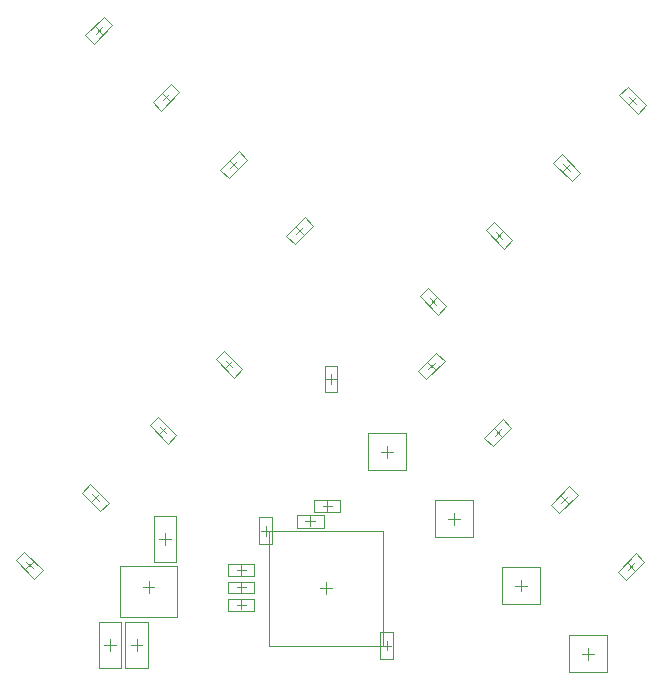
<source format=gbr>
%TF.GenerationSoftware,Altium Limited,Altium Designer,20.1.8 (145)*%
G04 Layer_Color=32896*
%FSLAX45Y45*%
%MOMM*%
%TF.SameCoordinates,793C4F5F-A07E-474B-A886-B682DA88F124*%
%TF.FilePolarity,Positive*%
%TF.FileFunction,Other,Bottom_Courtyard*%
%TF.Part,Single*%
G01*
G75*
%TA.AperFunction,NonConductor*%
%ADD69C,0.10000*%
%ADD70C,0.05000*%
%ADD71C,0.05080*%
D69*
X1557254Y-2140479D02*
X1657254D01*
X1607254Y-2190479D02*
Y-2090479D01*
X2172939Y-2767800D02*
Y-2667800D01*
X2122939Y-2717800D02*
X2222939D01*
X-1454620Y-1744680D02*
X-1354620D01*
X-1404620Y-1794680D02*
Y-1694680D01*
X-90640Y-2164080D02*
X9360D01*
X-40640Y-2214080D02*
Y-2114080D01*
X-1993779Y2532501D02*
X-1937211Y2589069D01*
X-1993779Y2589070D02*
X-1937211Y2532501D01*
X-2581449Y-1939751D02*
X-2524881Y-1996319D01*
X-2581450Y-1996319D02*
X-2524881Y-1939751D01*
X-1594320Y-2152230D02*
X-1494320D01*
X-1544320Y-2202230D02*
Y-2102230D01*
X-294519Y835781D02*
X-237951Y892349D01*
X-294519Y892350D02*
X-237951Y835781D01*
X-853319Y1394581D02*
X-796751Y1451149D01*
X-853319Y1451150D02*
X-796751Y1394581D01*
X-1424819Y1966081D02*
X-1368251Y2022649D01*
X-1424819Y2022650D02*
X-1368251Y1966081D01*
X835781Y294519D02*
X892349Y237951D01*
X835781D02*
X892350Y294519D01*
X1394581Y853319D02*
X1451149Y796751D01*
X1394581D02*
X1451150Y853319D01*
X1966081Y1424819D02*
X2022649Y1368251D01*
X1966081D02*
X2022650Y1424819D01*
X2524881Y1996319D02*
X2581449Y1939751D01*
X2524881D02*
X2581450Y1996319D01*
X820541Y-309759D02*
X877109Y-253191D01*
X820541Y-253190D02*
X877109Y-309759D01*
X1384421Y-876179D02*
X1440989Y-819611D01*
X1384421Y-819610D02*
X1440989Y-876179D01*
X1948301Y-1442599D02*
X2004869Y-1386031D01*
X1948301Y-1386030D02*
X2004869Y-1442599D01*
X2512181Y-2009019D02*
X2568749Y-1952451D01*
X2512181Y-1952450D02*
X2568749Y-2009019D01*
X-892349Y-237951D02*
X-835781Y-294519D01*
X-892350Y-294519D02*
X-835781Y-237951D01*
X-1451149Y-796751D02*
X-1394581Y-853319D01*
X-1451150Y-853319D02*
X-1394581Y-796751D01*
X-2022649Y-1368251D02*
X-1966081Y-1424819D01*
X-2022650Y-1424819D02*
X-1966081Y-1368251D01*
X0Y-432840D02*
Y-352840D01*
X-40000Y-392840D02*
X40000D01*
X-798190Y-2302510D02*
X-718190D01*
X-758190Y-2342510D02*
Y-2262510D01*
X-798190Y-2157110D02*
X-718190D01*
X-758190Y-2197110D02*
Y-2117110D01*
X-71640Y-1465580D02*
X8360D01*
X-31640Y-1505580D02*
Y-1425580D01*
X-798190Y-2010410D02*
X-718190D01*
X-758190Y-2050410D02*
Y-1970410D01*
X-1919440Y-2646680D02*
X-1819440D01*
X-1869440Y-2696680D02*
Y-2596680D01*
X431060Y-2649080D02*
X511060D01*
X471060Y-2689080D02*
Y-2609080D01*
X-591115Y-1677952D02*
X-511115D01*
X-551115Y-1717952D02*
Y-1637953D01*
X-176640Y-1635120D02*
Y-1555120D01*
X-216640Y-1595120D02*
X-136640D01*
X475883Y-1059088D02*
Y-959088D01*
X425883Y-1009088D02*
X525883D01*
X1041568Y-1624800D02*
Y-1524800D01*
X991569Y-1574800D02*
X1091569D01*
X-1645920Y-2696680D02*
Y-2596680D01*
X-1695920Y-2646680D02*
X-1595920D01*
D70*
X1447254Y-2297979D02*
Y-1982979D01*
X1767254Y-2297979D02*
Y-1982979D01*
X1447254D02*
X1767254D01*
X1447254Y-2297979D02*
X1767254D01*
X2012939Y-2875300D02*
X2332939D01*
X2012939Y-2560300D02*
X2332939D01*
Y-2875300D02*
Y-2560300D01*
X2012939Y-2875300D02*
Y-2560300D01*
X-1499620Y-1549680D02*
X-1309620D01*
X-1499620Y-1939680D02*
X-1309620D01*
Y-1549680D01*
X-1499620Y-1939680D02*
Y-1549680D01*
X444360Y-2649080D02*
Y-1679080D01*
X-525640Y-2649080D02*
Y-1679080D01*
Y-2649080D02*
X444360D01*
X-525640Y-1679080D02*
X444360D01*
X-1784320Y-2404480D02*
Y-1974480D01*
X-1304320Y-2404480D02*
Y-1974480D01*
X-1784320D02*
X-1304320D01*
X-1784320Y-2404480D02*
X-1304320D01*
X-1964440Y-2451680D02*
X-1774440D01*
X-1964440Y-2841680D02*
X-1774440D01*
Y-2451680D01*
X-1964440Y-2841680D02*
Y-2451680D01*
X416060Y-2534080D02*
X526060D01*
X416060Y-2764080D02*
Y-2534080D01*
X526060Y-2764080D02*
Y-2534080D01*
X416060Y-2764080D02*
X526060D01*
X416060Y-2534080D02*
X526060D01*
X416060Y-2764080D02*
Y-2534080D01*
X526060Y-2764080D02*
Y-2534080D01*
X416060Y-2764080D02*
X526060D01*
X-606115Y-1792952D02*
X-496115D01*
Y-1562952D01*
X-606115Y-1792952D02*
Y-1562952D01*
X-496115D01*
X-606115Y-1792952D02*
X-496115D01*
Y-1562952D01*
X-606115Y-1792952D02*
Y-1562952D01*
X-496115D01*
X-61640Y-1650120D02*
Y-1540120D01*
X-291640D02*
X-61640D01*
X-291640Y-1650120D02*
X-61640D01*
X-291640D02*
Y-1540120D01*
X-61640Y-1650120D02*
Y-1540120D01*
X-291640D02*
X-61640D01*
X-291640Y-1650120D02*
X-61640D01*
X-291640D02*
Y-1540120D01*
X315883Y-1166588D02*
X635883D01*
X315883Y-851588D02*
X635883D01*
Y-1166588D02*
Y-851588D01*
X315883Y-1166588D02*
Y-851588D01*
X881568Y-1732300D02*
X1201569D01*
X881568Y-1417300D02*
X1201569D01*
Y-1732300D02*
Y-1417300D01*
X881568Y-1732300D02*
Y-1417300D01*
X-1745920Y-2841680D02*
X-1545920D01*
X-1745920Y-2451680D02*
X-1545920D01*
Y-2841680D02*
Y-2451680D01*
X-1745920Y-2841680D02*
Y-2451680D01*
D71*
X-2078632Y2518359D02*
X-1923068Y2673923D01*
X-2007921Y2447648D02*
X-1852358Y2603212D01*
X-2078632Y2518359D02*
X-2007921Y2447648D01*
X-1923068Y2673923D02*
X-1852358Y2603212D01*
X-2666303Y-1925608D02*
X-2510739Y-2081172D01*
X-2595592Y-1854898D02*
X-2440028Y-2010461D01*
X-2510739Y-2081172D02*
X-2440028Y-2010461D01*
X-2666303Y-1925608D02*
X-2595592Y-1854898D01*
X-379372Y821639D02*
X-223808Y977203D01*
X-308661Y750928D02*
X-153098Y906492D01*
X-379372Y821639D02*
X-308661Y750928D01*
X-223808Y977203D02*
X-153098Y906492D01*
X-938172Y1380439D02*
X-782608Y1536003D01*
X-867461Y1309728D02*
X-711898Y1465292D01*
X-938172Y1380439D02*
X-867461Y1309728D01*
X-782608Y1536003D02*
X-711898Y1465292D01*
X-1509672Y1951939D02*
X-1354108Y2107503D01*
X-1438961Y1881228D02*
X-1283398Y2036792D01*
X-1509672Y1951939D02*
X-1438961Y1881228D01*
X-1354108Y2107503D02*
X-1283398Y2036792D01*
X821639Y379372D02*
X977203Y223808D01*
X750928Y308661D02*
X906492Y153098D01*
X750928Y308661D02*
X821639Y379372D01*
X906492Y153098D02*
X977203Y223808D01*
X1380439Y938172D02*
X1536003Y782608D01*
X1309728Y867461D02*
X1465292Y711898D01*
X1309728Y867461D02*
X1380439Y938172D01*
X1465292Y711898D02*
X1536003Y782608D01*
X1951939Y1509672D02*
X2107503Y1354108D01*
X1881228Y1438961D02*
X2036792Y1283398D01*
X1881228Y1438961D02*
X1951939Y1509672D01*
X2036792Y1283398D02*
X2107503Y1354108D01*
X2510739Y2081172D02*
X2666303Y1925608D01*
X2440028Y2010461D02*
X2595592Y1854898D01*
X2440028Y2010461D02*
X2510739Y2081172D01*
X2595592Y1854898D02*
X2666303Y1925608D01*
X735688Y-323901D02*
X891252Y-168337D01*
X806399Y-394612D02*
X961962Y-239048D01*
X735688Y-323901D02*
X806399Y-394612D01*
X891252Y-168337D02*
X961962Y-239048D01*
X1299568Y-890321D02*
X1455132Y-734757D01*
X1370279Y-961032D02*
X1525842Y-805468D01*
X1299568Y-890321D02*
X1370279Y-961032D01*
X1455132Y-734757D02*
X1525842Y-805468D01*
X1863448Y-1456741D02*
X2019012Y-1301177D01*
X1934159Y-1527452D02*
X2089722Y-1371888D01*
X1863448Y-1456741D02*
X1934159Y-1527452D01*
X2019012Y-1301177D02*
X2089722Y-1371888D01*
X2427328Y-2023161D02*
X2582892Y-1867597D01*
X2498039Y-2093872D02*
X2653602Y-1938308D01*
X2427328Y-2023161D02*
X2498039Y-2093872D01*
X2582892Y-1867597D02*
X2653602Y-1938308D01*
X-977203Y-223808D02*
X-821639Y-379372D01*
X-906492Y-153098D02*
X-750928Y-308661D01*
X-821639Y-379372D02*
X-750928Y-308661D01*
X-977203Y-223808D02*
X-906492Y-153098D01*
X-1536003Y-782608D02*
X-1380439Y-938172D01*
X-1465292Y-711898D02*
X-1309728Y-867461D01*
X-1380439Y-938172D02*
X-1309728Y-867461D01*
X-1536003Y-782608D02*
X-1465292Y-711898D01*
X-2107503Y-1354108D02*
X-1951939Y-1509672D01*
X-2036792Y-1283398D02*
X-1881228Y-1438961D01*
X-1951939Y-1509672D02*
X-1881228Y-1438961D01*
X-2107503Y-1354108D02*
X-2036792Y-1283398D01*
X50000Y-502840D02*
Y-282840D01*
X-50000Y-502840D02*
Y-282840D01*
X50000D01*
X-50000Y-502840D02*
X50000D01*
X-868190Y-2352510D02*
X-648190D01*
X-868190Y-2252510D02*
X-648190D01*
Y-2352510D02*
Y-2252510D01*
X-868190Y-2352510D02*
Y-2252510D01*
Y-2207110D02*
X-648190D01*
X-868190Y-2107110D02*
X-648190D01*
Y-2207110D02*
Y-2107110D01*
X-868190Y-2207110D02*
Y-2107110D01*
X-141640Y-1515580D02*
X78360D01*
X-141640Y-1415580D02*
X78360D01*
Y-1515580D02*
Y-1415580D01*
X-141640Y-1515580D02*
Y-1415580D01*
X-868190Y-1960410D02*
X-648190D01*
X-868190Y-2060410D02*
X-648190D01*
X-868190D02*
Y-1960410D01*
X-648190Y-2060410D02*
Y-1960410D01*
%TF.MD5,b8a576435ac67e9e1ffb3fb38a0097f1*%
M02*

</source>
